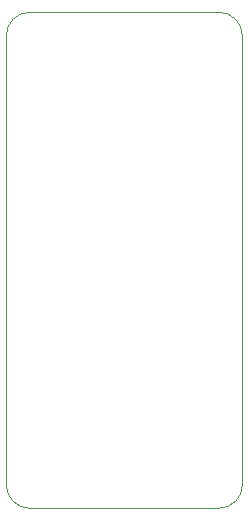
<source format=gbr>
%TF.GenerationSoftware,KiCad,Pcbnew,7.0.5-0*%
%TF.CreationDate,2024-07-28T13:55:19+02:00*%
%TF.ProjectId,rj45-dynamixel-adapter,726a3435-2d64-4796-9e61-6d6978656c2d,rev?*%
%TF.SameCoordinates,Original*%
%TF.FileFunction,Profile,NP*%
%FSLAX46Y46*%
G04 Gerber Fmt 4.6, Leading zero omitted, Abs format (unit mm)*
G04 Created by KiCad (PCBNEW 7.0.5-0) date 2024-07-28 13:55:19*
%MOMM*%
%LPD*%
G01*
G04 APERTURE LIST*
%TA.AperFunction,Profile*%
%ADD10C,0.050000*%
%TD*%
G04 APERTURE END LIST*
D10*
X161000000Y-83000000D02*
G75*
G03*
X159000000Y-81000000I-2000000J0D01*
G01*
X161000000Y-83000000D02*
X161000000Y-121000000D01*
X143000000Y-81000000D02*
X159000000Y-81000000D01*
X159000000Y-123000000D02*
X143000000Y-123000000D01*
X141000000Y-121000000D02*
G75*
G03*
X143000000Y-123000000I2000000J0D01*
G01*
X143000000Y-81000000D02*
G75*
G03*
X141000000Y-83000000I0J-2000000D01*
G01*
X141000000Y-121000000D02*
X141000000Y-83000000D01*
X159000000Y-123000000D02*
G75*
G03*
X161000000Y-121000000I0J2000000D01*
G01*
M02*

</source>
